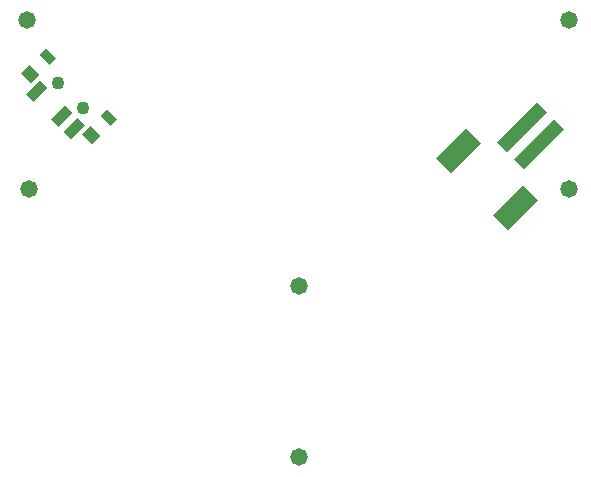
<source format=gbs>
G75*
%MOIN*%
%OFA0B0*%
%FSLAX25Y25*%
%IPPOS*%
%LPD*%
%AMOC8*
5,1,8,0,0,1.08239X$1,22.5*
%
%ADD10C,0.05800*%
%ADD11R,0.04737X0.18910*%
%ADD12R,0.14186X0.07099*%
%ADD13R,0.03556X0.06706*%
%ADD14R,0.04737X0.03162*%
%ADD15R,0.04737X0.03950*%
%ADD16C,0.04343*%
D10*
X0203333Y0081875D03*
X0203333Y0138750D03*
X0113333Y0171250D03*
X0112708Y0227500D03*
X0293333Y0227500D03*
X0293333Y0171250D03*
D11*
G36*
X0278282Y0177906D02*
X0274933Y0181255D01*
X0288304Y0194626D01*
X0291653Y0191277D01*
X0278282Y0177906D01*
G37*
G36*
X0272714Y0183474D02*
X0269365Y0186823D01*
X0282736Y0200194D01*
X0286085Y0196845D01*
X0272714Y0183474D01*
G37*
D12*
G36*
X0249042Y0181534D02*
X0259072Y0191564D01*
X0264092Y0186544D01*
X0254062Y0176514D01*
X0249042Y0181534D01*
G37*
G36*
X0267973Y0162604D02*
X0278003Y0172634D01*
X0283023Y0167614D01*
X0272993Y0157584D01*
X0267973Y0162604D01*
G37*
D13*
G36*
X0127362Y0187736D02*
X0124847Y0190251D01*
X0129588Y0194992D01*
X0132103Y0192477D01*
X0127362Y0187736D01*
G37*
G36*
X0123186Y0191912D02*
X0120671Y0194427D01*
X0125412Y0199168D01*
X0127927Y0196653D01*
X0123186Y0191912D01*
G37*
G36*
X0114835Y0200264D02*
X0112320Y0202779D01*
X0117061Y0207520D01*
X0119576Y0205005D01*
X0114835Y0200264D01*
G37*
D14*
G36*
X0119150Y0218237D02*
X0122498Y0214889D01*
X0120262Y0212653D01*
X0116914Y0216001D01*
X0119150Y0218237D01*
G37*
G36*
X0139472Y0197915D02*
X0142820Y0194567D01*
X0140584Y0192331D01*
X0137236Y0195679D01*
X0139472Y0197915D01*
G37*
D15*
G36*
X0133905Y0192347D02*
X0137252Y0189000D01*
X0134459Y0186207D01*
X0131112Y0189554D01*
X0133905Y0192347D01*
G37*
G36*
X0113583Y0212669D02*
X0116930Y0209322D01*
X0114137Y0206529D01*
X0110790Y0209876D01*
X0113583Y0212669D01*
G37*
D16*
X0122908Y0206676D03*
X0131259Y0198324D03*
M02*

</source>
